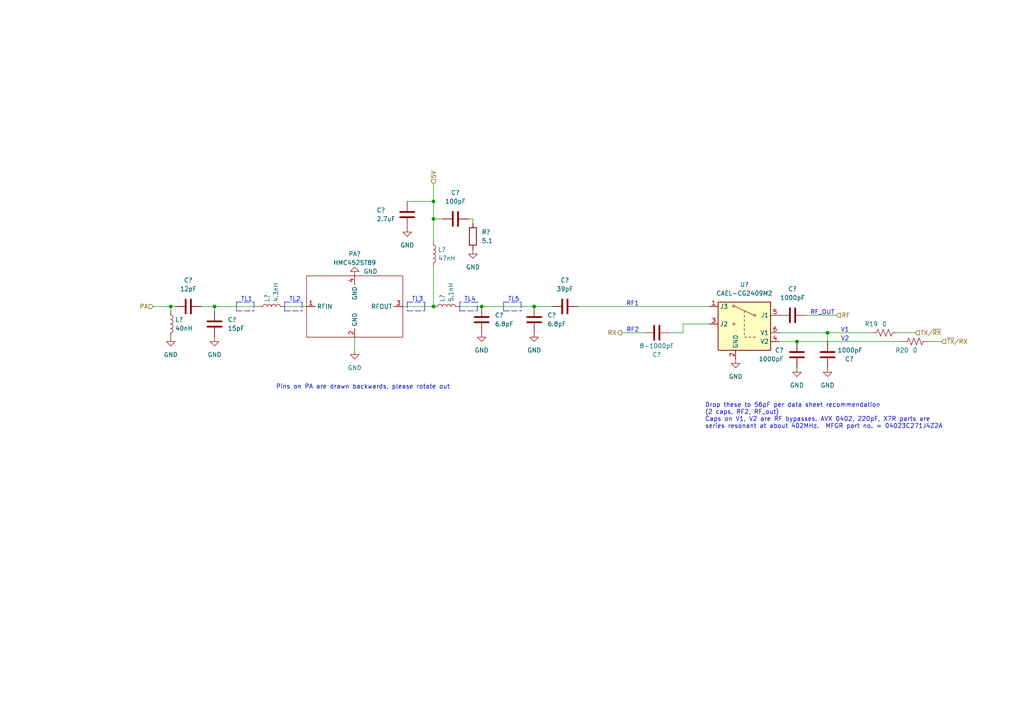
<source format=kicad_sch>
(kicad_sch (version 20211123) (generator eeschema)
  (paper "A4")
  (lib_symbols
    (symbol "Device:C" (pin_numbers hide) (pin_names (offset 0.254))
      (property "Reference" "C" (at 0.635 2.54 0))
      (property "Value" "C" (at 0.635 -2.54 0))
      (symbol "C_0_1"
        (polyline (pts (xy -2.032 -0.762) (xy 2.032 -0.762)) (stroke (width 0.508)))
        (polyline (pts (xy -2.032 0.762) (xy 2.032 0.762)) (stroke (width 0.508)))
      )
      (symbol "C_1_1"
        (pin passive line (at 0 3.81 270) (length 2.794) (name "~") (number "1"))
        (pin passive line (at 0 -3.81 90) (length 2.794) (name "~") (number "2"))
      )
    )
    (symbol "Device:L" (pin_numbers hide) (pin_names (offset 1.016) hide)
      (property "Reference" "L" (at -1.27 0 90))
      (property "Value" "L" (at 1.905 0 90))
      (symbol "L_0_1"
        (arc (start 0 -2.54) (mid 0.635 -1.905) (end 0 -1.27))
        (arc (start 0 -1.27) (mid 0.635 -0.635) (end 0 0))
        (arc (start 0 0) (mid 0.635 0.635) (end 0 1.27))
        (arc (start 0 1.27) (mid 0.635 1.905) (end 0 2.54))
      )
      (symbol "L_1_1"
        (pin passive line (at 0 3.81 270) (length 1.27) (name "1") (number "1"))
        (pin passive line (at 0 -3.81 90) (length 1.27) (name "2") (number "2"))
      )
    )
    (symbol "Device:R" (pin_numbers hide) (pin_names (offset 0))
      (property "Reference" "R" (at 2.032 0 90))
      (property "Value" "R" (at 0 0 90))
      (symbol "R_0_1"
        (rectangle (start -1.016 -2.54) (end 1.016 2.54) (stroke (width 0.254)))
      )
      (symbol "R_1_1"
        (pin passive line (at 0 3.81 270) (length 1.27) (name "~") (number "1"))
        (pin passive line (at 0 -3.81 90) (length 1.27) (name "~") (number "2"))
      )
    )
    (symbol "Device:R_US" (pin_numbers hide) (pin_names (offset 0))
      (property "Reference" "R" (at 2.54 0 90))
      (property "Value" "R_US" (at -2.54 0 90))
      (symbol "R_US_0_1"
        (polyline (pts (xy 0 -2.286) (xy 0 -2.54)))
        (polyline (pts (xy 0 2.286) (xy 0 2.54)))
        (polyline (pts (xy 0 -0.762) (xy 1.016 -1.143) (xy 0 -1.524) (xy -1.016 -1.905) (xy 0 -2.286)))
        (polyline (pts (xy 0 0.762) (xy 1.016 0.381) (xy 0 0) (xy -1.016 -0.381) (xy 0 -0.762)))
        (polyline (pts (xy 0 2.286) (xy 1.016 1.905) (xy 0 1.524) (xy -1.016 1.143) (xy 0 0.762)))
      )
      (symbol "R_US_1_1"
        (pin passive line (at 0 3.81 270) (length 1.27) (name "~") (number "1"))
        (pin passive line (at 0 -3.81 90) (length 1.27) (name "~") (number "2"))
      )
    )
    (symbol "SilverSat_symbols:CAEL-CG2409M2"
      (property "Reference" "U" (at -7.62 7.62 0))
      (property "Value" "CAEL-CG2409M2" (at 2.54 7.62 0))
      (symbol "CAEL-CG2409M2_1_1"
        (circle (center -3.048 2.54) (radius 0.2794))
        (polyline (pts (xy -3.175 -3.81) (xy -2.54 -3.81)))
        (polyline (pts (xy -2.794 2.54) (xy 2.921 5.207)))
        (polyline (pts (xy -1.905 -3.81) (xy -1.27 -3.81)))
        (polyline (pts (xy -0.635 -3.81) (xy 0 -3.81)))
        (polyline (pts (xy 0 -3.175) (xy 0 -2.54)))
        (polyline (pts (xy 0 -1.905) (xy 0 -1.27)))
        (polyline (pts (xy 0 -0.635) (xy 0 0)))
        (polyline (pts (xy 0 0.635) (xy 0 1.27)))
        (polyline (pts (xy 0 1.905) (xy 0 2.54)))
        (polyline (pts (xy 0 3.175) (xy 0 3.81)))
        (circle (center 3.048 0) (radius 0.2794))
        (circle (center 3.175 5.207) (radius 0.2794))
        (rectangle (start 7.62 -7.62) (end -7.62 6.35) (stroke (width 0.254)) (fill (type background)))
        (pin passive line (at 10.16 5.08 180) (length 2.54) (name "J3") (number "1"))
        (pin power_in line (at 2.54 -10.16 90) (length 2.54) (name "GND") (number "2"))
        (pin passive line (at 10.16 0 180) (length 2.54) (name "J2") (number "3"))
        (pin input line (at -10.16 -5.08 0) (length 2.54) (name "V2") (number "4"))
        (pin passive line (at -10.16 2.54 0) (length 2.54) (name "J1") (number "5"))
        (pin input line (at -10.16 -2.54 0) (length 2.54) (name "V1") (number "6"))
      )
    )
    (symbol "SilverSat_symbols:HMC452ST89"
      (property "Reference" "PA" (at 0 -1.27 0))
      (property "Value" "HMC452ST89" (at 0 -3.81 0))
      (symbol "HMC452ST89_0_1"
        (rectangle (start -13.97 -11.43) (end 13.97 -29.21))
      )
      (symbol "HMC452ST89_1_1"
        (pin input line (at -13.97 -20.32 0) (length 2.54) (name "RFIN") (number "1"))
        (pin input line (at 0 -29.21 90) (length 2.54) (name "GND") (number "2"))
        (pin output line (at 13.97 -20.32 180) (length 2.54) (name "RFOUT") (number "3"))
        (pin input line (at 0 -11.43 270) (length 2.54) (name "GND") (number "4"))
      )
    )
    (symbol "power:GND" (power) (pin_names (offset 0))
      (property "Value" "GND" (at 0 -3.81 0))
      (symbol "GND_0_1"
        (polyline (pts (xy 0 0) (xy 0 -1.27) (xy 1.27 -1.27) (xy 0 -2.54) (xy -1.27 -1.27) (xy 0 -1.27)))
      )
      (symbol "GND_1_1"
        (pin power_in line (at 0 0 270) (length 0) hide (name "GND") (number "1"))
      )
    )
  )
  (junction (at 125.73 63.5))
  (junction (at 49.53 88.9))
  (junction (at 231.14 99.06))
  (junction (at 125.73 88.9))
  (junction (at 240.03 96.52))
  (junction (at 62.23 88.9))
  (junction (at 154.94 88.9))
  (junction (at 139.7 88.9))
  (junction (at 125.73 58.42))
  (wire (pts (xy 180.34 96.52) (xy 186.69 96.52)))
  (polyline (pts (xy 82.55 88.9) (xy 82.55 90.17)))
  (polyline (pts (xy 151.13 87.63) (xy 151.13 90.17)))
  (wire (pts (xy 139.7 88.9) (xy 154.94 88.9)))
  (wire (pts (xy 44.45 88.9) (xy 49.53 88.9)))
  (polyline (pts (xy 133.35 88.9) (xy 133.35 90.17)))
  (wire (pts (xy 49.53 88.9) (xy 50.8 88.9)))
  (polyline (pts (xy 133.35 90.17) (xy 138.43 90.17)))
  (polyline (pts (xy 73.66 87.63) (xy 73.66 90.17)))
  (wire (pts (xy 102.87 101.6) (xy 102.87 97.79)))
  (polyline (pts (xy 138.43 90.17) (xy 138.43 87.63)))
  (polyline (pts (xy 68.58 90.17) (xy 73.66 90.17)))
  (wire (pts (xy 118.11 58.42) (xy 125.73 58.42)))
  (wire (pts (xy 240.03 99.06) (xy 240.03 96.52)))
  (wire (pts (xy 135.89 63.5) (xy 137.16 63.5)))
  (wire (pts (xy 125.73 63.5) (xy 128.27 63.5)))
  (wire (pts (xy 137.16 63.5) (xy 137.16 64.77)))
  (polyline (pts (xy 146.05 90.17) (xy 151.13 90.17)))
  (wire (pts (xy 198.12 93.98) (xy 198.12 96.52)))
  (wire (pts (xy 167.64 88.9) (xy 205.74 88.9)))
  (wire (pts (xy 240.03 96.52) (xy 226.06 96.52)))
  (wire (pts (xy 269.24 99.06) (xy 273.05 99.06)))
  (polyline (pts (xy 82.55 90.17) (xy 87.63 90.17)))
  (wire (pts (xy 58.42 88.9) (xy 62.23 88.9)))
  (wire (pts (xy 49.53 88.9) (xy 49.53 90.17)))
  (wire (pts (xy 231.14 99.06) (xy 226.06 99.06)))
  (wire (pts (xy 231.14 99.06) (xy 261.62 99.06)))
  (polyline (pts (xy 68.58 87.63) (xy 73.66 87.63)))
  (wire (pts (xy 260.35 96.52) (xy 265.43 96.52)))
  (polyline (pts (xy 87.63 87.63) (xy 87.63 90.17)))
  (polyline (pts (xy 68.58 88.9) (xy 68.58 87.63)))
  (wire (pts (xy 82.55 88.9) (xy 88.9 88.9)))
  (polyline (pts (xy 82.55 88.9) (xy 82.55 87.63)))
  (polyline (pts (xy 138.43 87.63) (xy 133.35 87.63)))
  (polyline (pts (xy 123.19 88.9) (xy 123.19 87.63)))
  (polyline (pts (xy 133.35 87.63) (xy 133.35 88.9)))
  (polyline (pts (xy 123.19 88.9) (xy 123.19 90.17)))
  (wire (pts (xy 125.73 53.34) (xy 125.73 58.42)))
  (polyline (pts (xy 118.11 87.63) (xy 123.19 87.63)))
  (polyline (pts (xy 68.58 88.9) (xy 68.58 90.17)))
  (polyline (pts (xy 146.05 87.63) (xy 146.05 88.9)))
  (polyline (pts (xy 146.05 88.9) (xy 146.05 90.17)))
  (polyline (pts (xy 82.55 87.63) (xy 87.63 87.63)))
  (polyline (pts (xy 146.05 87.63) (xy 151.13 87.63)))
  (wire (pts (xy 233.68 91.44) (xy 242.57 91.44)))
  (wire (pts (xy 205.74 93.98) (xy 198.12 93.98)))
  (wire (pts (xy 125.73 77.47) (xy 125.73 88.9)))
  (wire (pts (xy 125.73 69.85) (xy 125.73 63.5)))
  (wire (pts (xy 240.03 96.52) (xy 252.73 96.52)))
  (wire (pts (xy 133.35 88.9) (xy 139.7 88.9)))
  (wire (pts (xy 116.84 88.9) (xy 125.73 88.9)))
  (wire (pts (xy 62.23 88.9) (xy 74.93 88.9)))
  (wire (pts (xy 62.23 88.9) (xy 62.23 90.17)))
  (wire (pts (xy 125.73 58.42) (xy 125.73 63.5)))
  (wire (pts (xy 198.12 96.52) (xy 194.31 96.52)))
  (wire (pts (xy 154.94 88.9) (xy 160.02 88.9)))
  (polyline (pts (xy 118.11 87.63) (xy 118.11 90.17)))
  (polyline (pts (xy 118.11 90.17) (xy 123.19 90.17)))
  (text "TL5" (at 147.32 87.63 0) (effects (font (size 1.27 1.27)) (justify left bottom)))
  (text "Pins on PA are drawn backwards, please rotate out" (at 80.01 113.03 0) (effects (font (size 1.27 1.27)) (justify left bottom)))
  (text "TL4" (at 134.62 87.63 0) (effects (font (size 1.27 1.27)) (justify left bottom)))
  (text "Drop these to 56pF per data sheet recommendation \n(2 caps, RF2, RF_out)\nCaps on V1, V2 are RF bypasses. AVX 0402, 220pF, X7R parts are\nseries resonant at about 402MHz.  MFGR part no. = 04023C271J4Z2A\n" (at 204.47 124.46 0) (effects (font (size 1.27 1.27)) (justify left bottom)))
  (text "TL1" (at 69.85 87.63 0) (effects (font (size 1.27 1.27)) (justify left bottom)))
  (text "TL2" (at 83.82 87.63 0) (effects (font (size 1.27 1.27)) (justify left bottom)))
  (text "RF2" (at 181.61 96.52 0) (effects (font (size 1.27 1.27)) (justify left bottom)))
  (text "RF_OUT" (at 234.95 91.44 0) (effects (font (size 1.27 1.27)) (justify left bottom)))
  (text "TL3" (at 119.38 87.63 0) (effects (font (size 1.27 1.27)) (justify left bottom)))
  (text "V2" (at 243.84 99.06 0) (effects (font (size 1.27 1.27)) (justify left bottom)))
  (text "RF1" (at 181.61 88.9 0) (effects (font (size 1.27 1.27)) (justify left bottom)))
  (text "V1" (at 243.84 96.52 0) (effects (font (size 1.27 1.27)) (justify left bottom)))
  (hierarchical_label "RF" (shape input) (at 242.57 91.44 0))
  (hierarchical_label "TX{slash}~{RX}" (shape input) (at 265.43 96.52 0))
  (hierarchical_label "5V" (shape input) (at 125.73 53.34 90))
  (hierarchical_label "PA" (shape input) (at 44.45 88.9 180))
  (hierarchical_label "~{TX}{slash}RX" (shape input) (at 273.05 99.06 0))
  (hierarchical_label "RX" (shape output) (at 180.34 96.52 180))
  (symbol (lib_id "Device:C") (at 229.87 91.44 90) (mirror x) (unit 1)
    (property "Reference" "C?" (at 229.87 83.82 90))
    (property "Value" "1000pF" (at 229.87 86.36 90))
  )
  (symbol (lib_id "Device:C") (at 163.83 88.9 270) (unit 1)
    (property "Reference" "C?" (at 163.83 81.28 90))
    (property "Value" "39pF" (at 163.83 83.82 90))
  )
  (symbol (lib_id "Device:C") (at 154.94 92.71 0) (unit 1)
    (property "Reference" "C?" (at 158.75 91.4399 0) (effects (justify left)))
    (property "Value" "6.8pF" (at 158.75 93.9799 0) (effects (justify left)))
  )
  (symbol (lib_id "Device:C") (at 132.08 63.5 270) (unit 1)
    (property "Reference" "C?" (at 132.08 55.88 90))
    (property "Value" "100pF" (at 132.08 58.42 90))
  )
  (symbol (lib_id "Device:R") (at 137.16 68.58 0) (unit 1)
    (property "Reference" "R?" (at 139.7 67.3099 0) (effects (justify left)))
    (property "Value" "5.1" (at 139.7 69.8499 0) (effects (justify left)))
  )
  (symbol (lib_id "Device:C") (at 240.03 102.87 0) (unit 1)
    (property "Reference" "C?" (at 247.65 104.14 0) (effects (justify right)))
    (property "Value" "1000pF" (at 250.19 101.6 0) (effects (justify right)))
  )
  (symbol (lib_id "Device:C") (at 118.11 62.23 0) (unit 1)
    (property "Reference" "C?" (at 109.22 60.96 0) (effects (justify left)))
    (property "Value" "2.7uF" (at 109.22 63.5 0) (effects (justify left)))
  )
  (symbol (lib_id "Device:L") (at 129.54 88.9 90) (unit 1)
    (property "Reference" "L?" (at 128.2699 87.63 0) (effects (justify left)))
    (property "Value" "5.1nH" (at 130.8099 87.63 0) (effects (justify left)))
  )
  (symbol (lib_id "power:GND") (at 137.16 72.39 0) (unit 1)
    (property "Reference" "#PWR?" (effects hide))
    (property "Value" "GND" (at 137.16 77.47 0))
  )
  (symbol (lib_id "Device:R_US") (at 265.43 99.06 90) (unit 1)
    (property "Reference" "R20" (at 261.62 101.6 90))
    (property "Value" "0" (at 265.43 101.6 90))
    (property "Footprint" "Resistor_SMD:R_0603_1608Metric" (effects hide))
    (property "Datasheet" "https://industrial.panasonic.com/cdbs/www-data/pdf/RDA0000/AOA0000C304.pdf" (effects hide))
    (property "Manufacturer" "Panasonic" (effects hide))
    (property "Manufacturer_Name" "Panasonic" (effects hide))
  )
  (symbol (lib_id "Device:C") (at 54.61 88.9 270) (unit 1)
    (property "Reference" "C?" (at 54.61 81.28 90))
    (property "Value" "12pF" (at 54.61 83.82 90))
  )
  (symbol (lib_id "power:GND") (at 240.03 106.68 0) (unit 1)
    (property "Reference" "#PWR?" (effects hide))
    (property "Value" "GND" (at 240.03 111.76 0))
  )
  (symbol (lib_id "power:GND") (at 154.94 96.52 0) (unit 1)
    (property "Reference" "#PWR?" (effects hide))
    (property "Value" "GND" (at 154.94 101.6 0))
  )
  (symbol (lib_id "SilverSat_symbols:CAEL-CG2409M2") (at 215.9 93.98 0) (mirror y) (unit 1)
    (property "Reference" "U?" (at 215.9 82.55 0))
    (property "Value" "CAEL-CG2409M2" (at 215.9 85.09 0))
  )
  (symbol (lib_id "power:GND") (at 213.36 104.14 0) (mirror y) (unit 1)
    (property "Reference" "#PWR?" (effects hide))
    (property "Value" "GND" (at 213.36 109.22 0))
  )
  (symbol (lib_id "power:GND") (at 139.7 96.52 0) (unit 1)
    (property "Reference" "#PWR?" (effects hide))
    (property "Value" "GND" (at 139.7 101.6 0))
  )
  (symbol (lib_id "power:GND") (at 62.23 97.79 0) (unit 1)
    (property "Reference" "#PWR?" (effects hide))
    (property "Value" "GND" (at 62.23 102.87 0))
  )
  (symbol (lib_id "Device:C") (at 231.14 102.87 0) (mirror x) (unit 1)
    (property "Reference" "C?" (at 227.33 101.5999 0) (effects (justify right)))
    (property "Value" "1000pF" (at 227.33 104.1399 0) (effects (justify right)))
  )
  (symbol (lib_id "Device:L") (at 125.73 73.66 0) (unit 1)
    (property "Reference" "L?" (at 127 72.3899 0) (effects (justify left)))
    (property "Value" "47nH" (at 127 74.9299 0) (effects (justify left)))
  )
  (symbol (lib_id "SilverSat_symbols:HMC452ST89") (at 102.87 68.58 0) (unit 1)
    (property "Reference" "PA?" (at 102.87 73.66 0))
    (property "Value" "HMC452ST89" (at 102.87 76.2 0))
  )
  (symbol (lib_id "Device:C") (at 62.23 93.98 0) (unit 1)
    (property "Reference" "C?" (at 66.04 92.7099 0) (effects (justify left)))
    (property "Value" "15pF" (at 66.04 95.2499 0) (effects (justify left)))
  )
  (symbol (lib_id "power:GND") (at 102.87 101.6 0) (unit 1)
    (property "Reference" "#PWR?" (effects hide))
    (property "Value" "GND" (at 102.87 106.68 0))
  )
  (symbol (lib_id "power:GND") (at 102.87 80.01 180) (unit 1)
    (property "Reference" "#PWR?" (effects hide))
    (property "Value" "GND" (at 105.41 78.7399 0) (effects (justify right)))
  )
  (symbol (lib_id "power:GND") (at 49.53 97.79 0) (unit 1)
    (property "Reference" "#PWR?" (effects hide))
    (property "Value" "GND" (at 49.53 102.87 0))
  )
  (symbol (lib_id "Device:C") (at 139.7 92.71 0) (unit 1)
    (property "Reference" "C?" (at 143.51 91.44 0) (effects (justify left)))
    (property "Value" "6.8pF" (at 143.51 93.9799 0) (effects (justify left)))
  )
  (symbol (lib_id "power:GND") (at 118.11 66.04 0) (unit 1)
    (property "Reference" "#PWR?" (effects hide))
    (property "Value" "GND" (at 118.11 71.12 0))
  )
  (symbol (lib_id "power:GND") (at 231.14 106.68 0) (mirror y) (unit 1)
    (property "Reference" "#PWR?" (effects hide))
    (property "Value" "GND" (at 231.14 111.76 0))
  )
  (symbol (lib_id "Device:C") (at 190.5 96.52 90) (mirror x) (unit 1)
    (property "Reference" "C?" (at 190.5 102.87 90))
    (property "Value" "8-1000pF" (at 190.5 100.33 90))
  )
  (symbol (lib_id "Device:L") (at 78.74 88.9 90) (unit 1)
    (property "Reference" "L?" (at 77.4699 87.63 0) (effects (justify left)))
    (property "Value" "4.3nH" (at 80.0099 87.63 0) (effects (justify left)))
  )
  (symbol (lib_id "Device:R_US") (at 256.54 96.52 90) (unit 1)
    (property "Reference" "R19" (at 252.73 93.98 90))
    (property "Value" "0" (at 256.54 93.98 90))
    (property "Footprint" "Resistor_SMD:R_0603_1608Metric" (effects hide))
    (property "Datasheet" "https://industrial.panasonic.com/cdbs/www-data/pdf/RDA0000/AOA0000C304.pdf" (effects hide))
    (property "Manufacturer" "Panasonic" (effects hide))
    (property "Manufacturer_Name" "Panasonic" (effects hide))
  )
  (symbol (lib_id "Device:L") (at 49.53 93.98 0) (unit 1)
    (property "Reference" "L?" (at 50.8 92.7099 0) (effects (justify left)))
    (property "Value" "40nH" (at 50.8 95.2499 0) (effects (justify left)))
  )
)
</source>
